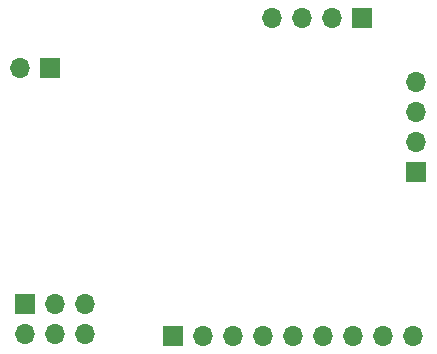
<source format=gbs>
%TF.GenerationSoftware,KiCad,Pcbnew,(5.1.9)-1*%
%TF.CreationDate,2021-04-22T14:42:40+05:30*%
%TF.ProjectId,arduinoclone,61726475-696e-46f6-936c-6f6e652e6b69,v1*%
%TF.SameCoordinates,Original*%
%TF.FileFunction,Soldermask,Bot*%
%TF.FilePolarity,Negative*%
%FSLAX46Y46*%
G04 Gerber Fmt 4.6, Leading zero omitted, Abs format (unit mm)*
G04 Created by KiCad (PCBNEW (5.1.9)-1) date 2021-04-22 14:42:40*
%MOMM*%
%LPD*%
G01*
G04 APERTURE LIST*
%ADD10R,1.700000X1.700000*%
%ADD11O,1.700000X1.700000*%
G04 APERTURE END LIST*
D10*
%TO.C,BT1*%
X124764800Y-83261200D03*
D11*
X122224800Y-83261200D03*
%TD*%
D10*
%TO.C,J1*%
X122631200Y-103276400D03*
D11*
X122631200Y-105816400D03*
X125171200Y-103276400D03*
X125171200Y-105816400D03*
X127711200Y-103276400D03*
X127711200Y-105816400D03*
%TD*%
D10*
%TO.C,J2*%
X135178800Y-105918000D03*
D11*
X137718800Y-105918000D03*
X140258800Y-105918000D03*
X142798800Y-105918000D03*
X145338800Y-105918000D03*
X147878800Y-105918000D03*
X150418800Y-105918000D03*
X152958800Y-105918000D03*
X155498800Y-105918000D03*
%TD*%
%TO.C,J3*%
X143510000Y-79044800D03*
X146050000Y-79044800D03*
X148590000Y-79044800D03*
D10*
X151130000Y-79044800D03*
%TD*%
%TO.C,J4*%
X155752800Y-92049600D03*
D11*
X155752800Y-89509600D03*
X155752800Y-86969600D03*
X155752800Y-84429600D03*
%TD*%
M02*

</source>
